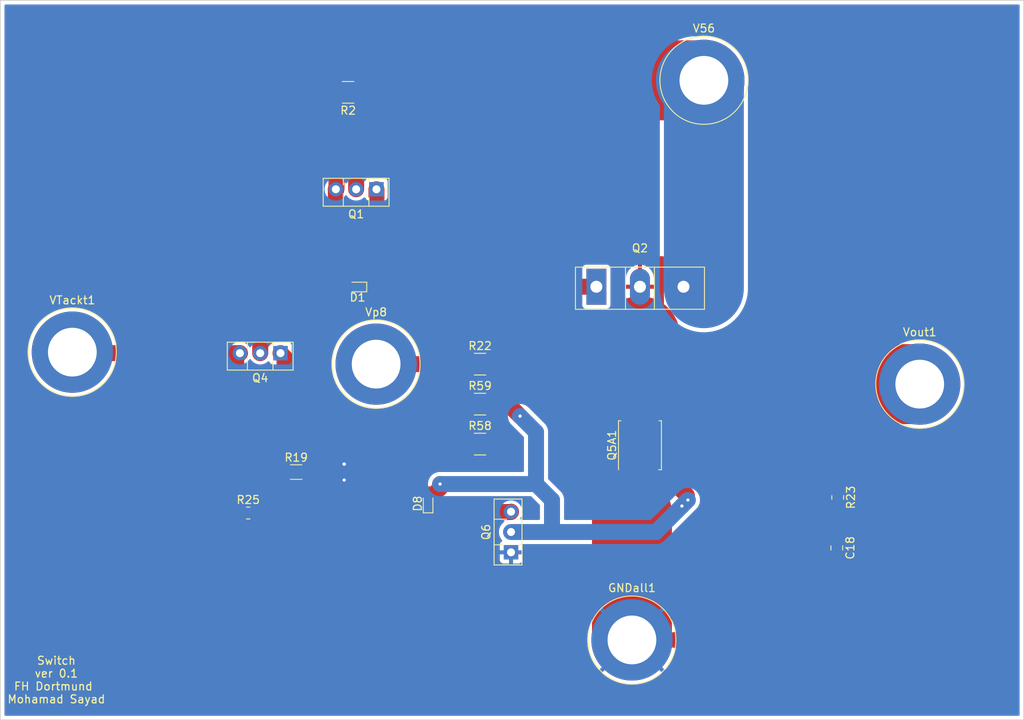
<source format=kicad_pcb>
(kicad_pcb (version 20211014) (generator pcbnew)
  (layers (0 "F.Cu" signal) (31 "B.Cu" signal) (34 "B.Paste" user) (35 "F.Paste" user) (36 "B.SilkS" user "B.Silkscreen") (37 "F.SilkS" user "F.Silkscreen") (38 "B.Mask" user) (39 "F.Mask" user) (44 "Edge.Cuts" user))
  (net 0 "")
  (net 1 "Net-(C18-Pad1)")
  (net 2 "GND")
  (net 3 "Net-(D1-Pad1)")
  (net 4 "Net-(D1-Pad2)")
  (net 5 "Net-(D8-Pad1)")
  (net 6 "Net-(D8-Pad2)")
  (net 7 "56V")
  (net 8 "D")
  (net 9 "Net-(Q4-Pad1)")
  (net 10 "Tackt")
  (net 11 "Vp")
  (footprint "Library:TO-247-3_MOSFET" (layer "F.Cu") (at 168.55 96.82)
    (fp_text reference "Q2" (at 5.45 -4.82) (layer "F.SilkS"))
    (fp_text value "IXTH90P10P")
    (fp_line (start -2.62 -2.451) (end 13.52 -2.451) (layer "F.SilkS") (width 0.12))
    (fp_line (start 13.52 -2.451) (end 13.52 2.82) (layer "F.SilkS") (width 0.12))
    (fp_line (start -2.62 -2.451) (end -2.62 2.82) (layer "F.SilkS") (width 0.12))
    (fp_line (start 7.255 -2.451) (end 7.255 2.82) (layer "F.SilkS") (width 0.12))
    (fp_line (start 3.646 -2.451) (end 3.646 2.82) (layer "F.SilkS") (width 0.12))
    (fp_line (start -2.62 2.82) (end 13.52 2.82) (layer "F.SilkS") (width 0.12))
    (pad "1" thru_hole oval (at 5.45 0) (size 2.5 4.5) (drill 1.5) (layers *.Cu *.Mask) (net 8 "D"))
    (pad "2" thru_hole rect (at 0 0) (size 2.5 4.5) (drill 1.5) (layers *.Cu *.Mask) (net 3 "Net-(D1-Pad1)"))
    (pad "3" thru_hole oval (at 10.9 0) (size 2.5 4.5) (drill 1.5) (layers *.Cu *.Mask) (net 7 "56V"))
  )
  (footprint "Package_TO_SOT_THT:TO-126-3_Vertical" (layer "F.Cu") (at 157.875 130.04 90)
    (fp_text reference "Q6" (at 2.54 -3.12 90) (layer "F.SilkS"))
    (fp_text value "BD139")
    (fp_line (start 0.94 -2.12) (end 0.94 -1.05) (layer "F.SilkS") (width 0.12))
    (fp_line (start 6.66 -2.12) (end 6.66 1.37) (layer "F.SilkS") (width 0.12))
    (fp_line (start -1.58 -2.12) (end 6.66 -2.12) (layer "F.SilkS") (width 0.12))
    (fp_line (start -1.58 -2.12) (end -1.58 1.37) (layer "F.SilkS") (width 0.12))
    (fp_line (start 4.141 0.54) (end 4.141 1.37) (layer "F.SilkS") (width 0.12))
    (fp_line (start 0.94 1.05) (end 0.94 1.37) (layer "F.SilkS") (width 0.12))
    (fp_line (start 4.141 -2.12) (end 4.141 -0.54) (layer "F.SilkS") (width 0.12))
    (fp_line (start -1.58 1.37) (end 6.66 1.37) (layer "F.SilkS") (width 0.12))
    (pad "1" thru_hole rect (at 0 0 90) (size 1.8 1.8) (drill 1) (layers *.Cu *.Mask) (net 2 "GND"))
    (pad "2" thru_hole oval (at 2.54 0 90) (size 1.8 1.8) (drill 1) (layers *.Cu *.Mask) (net 6 "Net-(D8-Pad2)"))
    (pad "3" thru_hole oval (at 5.08 0 90) (size 1.8 1.8) (drill 1) (layers *.Cu *.Mask) (net 5 "Net-(D8-Pad1)"))
  )
  (footprint "Connector:Banana_Jack_1Pin" (layer "F.Cu") (at 182 71)
    (fp_text reference "V56" (at 0 -6.5) (layer "F.SilkS"))
    (fp_text value "Conn_01x01")
    (fp_circle (center 0 0) (end 5.5 0) (layer "F.SilkS") (width 0.12) (fill none))
    (pad "1" thru_hole circle (at 0 0) (size 10.16 10.16) (drill 6.1) (layers *.Cu *.Mask) (net 7 "56V"))
  )
  (footprint "Capacitor_SMD:C_0805_2012Metric" (layer "F.Cu") (at 198.625 129.488316 -90)
    (fp_text reference "C18" (at 0 -1.68 90) (layer "F.SilkS"))
    (fp_text value "1nF")
    (fp_line (start -0.261252 0.735) (end 0.261252 0.735) (layer "F.SilkS") (width 0.12))
    (fp_line (start -0.261252 -0.735) (end 0.261252 -0.735) (layer "F.SilkS") (width 0.12))
    (pad "1" smd roundrect (at -0.95 0 270) (size 1 1.45) (layers "F.Cu" "F.Paste" "F.Mask") (net 1 "Net-(C18-Pad1)"))
    (pad "2" smd roundrect (at 0.95 0 270) (size 1 1.45) (layers "F.Cu" "F.Paste" "F.Mask") (net 2 "GND"))
  )
  (footprint "Library:D_SOD-523_new" (layer "F.Cu") (at 138.675 96.85 180)
    (fp_text reference "D1" (at 0 -1.3) (layer "F.SilkS"))
    (fp_text value "BAT54XV2T5G")
    (fp_line (start 0.7 -0.6) (end -1.15 -0.6) (layer "F.SilkS") (width 0.12))
    (fp_line (start -1.15 -0.6) (end -1.15 0.6) (layer "F.SilkS") (width 0.12))
    (fp_line (start 0.7 0.6) (end -1.15 0.6) (layer "F.SilkS") (width 0.12))
    (pad "1" smd rect (at -0.7 0) (size 0.6 0.7) (layers "F.Cu" "F.Paste" "F.Mask") (net 3 "Net-(D1-Pad1)"))
    (pad "2" smd rect (at 0.7 0) (size 0.6 0.7) (layers "F.Cu" "F.Paste" "F.Mask") (net 4 "Net-(D1-Pad2)"))
  )
  (footprint "Package_TO_SOT_SMD:TDSON-8-1" (layer "F.Cu") (at 174 116.65 90)
    (fp_text reference "Q5A1" (at 0 -3.5 90) (layer "F.SilkS"))
    (fp_text value "BSC340N08NS3G")
    (fp_line (start 3.06 -2.685) (end -3.06 -2.685) (layer "F.SilkS") (width 0.12))
    (fp_line (start 3.06 -2.385) (end 3.06 -2.685) (layer "F.SilkS") (width 0.12))
    (fp_line (start 3.06 2.685) (end -3.06 2.685) (layer "F.SilkS") (width 0.12))
    (fp_line (start -3.06 2.335) (end -3.06 2.685) (layer "F.SilkS") (width 0.12))
    (fp_line (start 3.06 2.385) (end 3.06 2.685) (layer "F.SilkS") (width 0.12))
    (pad "1" smd rect (at -2.9 -1.905 90) (size 0.85 0.5) (layers "F.Cu" "F.Paste" "F.Mask") (net 2 "GND"))
    (pad "2" smd rect (at -2.9 -0.635 90) (size 0.85 0.5) (layers "F.Cu" "F.Paste" "F.Mask") (net 2 "GND"))
    (pad "3" smd rect (at -2.9 0.635 90) (size 0.85 0.5) (layers "F.Cu" "F.Paste" "F.Mask") (net 2 "GND"))
    (pad "4" smd rect (at -2.9 1.905 90) (size 0.85 0.5) (layers "F.Cu" "F.Paste" "F.Mask") (net 6 "Net-(D8-Pad2)"))
    (pad "5" smd rect (at 1.05 0 90) (size 4.55 4.41) (layers "F.Cu") (net 8 "D"))
  )
  (footprint "Resistor_SMD:R_1206_3216Metric" (layer "F.Cu") (at 131 120)
    (fp_text reference "R19" (at 0 -1.82) (layer "F.SilkS"))
    (fp_text value "120R")
    (fp_line (start -0.727064 0.91) (end 0.727064 0.91) (layer "F.SilkS") (width 0.12))
    (fp_line (start -0.727064 -0.91) (end 0.727064 -0.91) (layer "F.SilkS") (width 0.12))
    (pad "1" smd roundrect (at -1.4625 0) (size 1.125 1.75) (layers "F.Cu" "F.Paste" "F.Mask") (roundrect_rratio 0.222222) (net 9 "Net-(Q4-Pad1)"))
    (pad "2" smd roundrect (at 1.4625 0) (size 1.125 1.75) (layers "F.Cu" "F.Paste" "F.Mask") (roundrect_rratio 0.222222) (net 2 "GND"))
  )
  (footprint "Connector:Banana_Jack_1Pin" (layer "F.Cu") (at 209 109)
    (fp_text reference "Vout1" (at 0 -6.5) (layer "F.SilkS"))
    (fp_text value "Conn_01x01")
    (fp_circle (center 0 0) (end 5.5 0) (layer "F.SilkS") (width 0.12) (fill none))
    (pad "1" thru_hole circle (at 0 0) (size 10.16 10.16) (drill 6.1) (layers *.Cu *.Mask) (net 8 "D"))
  )
  (footprint "Resistor_SMD:R_0805_2012Metric" (layer "F.Cu") (at 125 125.125)
    (fp_text reference "R25" (at 0 -1.65) (layer "F.SilkS"))
    (fp_text value "4k7")
    (fp_line (start -0.227064 0.735) (end 0.227064 0.735) (layer "F.SilkS") (width 0.12))
    (fp_line (start -0.227064 -0.735) (end 0.227064 -0.735) (layer "F.SilkS") (width 0.12))
    (pad "1" smd roundrect (at -0.9125 0) (size 1.025 1.4) (layers "F.Cu" "F.Paste" "F.Mask") (roundrect_rratio 0.243902) (net 10 "Tackt"))
    (pad "2" smd roundrect (at 0.9125 0) (size 1.025 1.4) (layers "F.Cu" "F.Paste" "F.Mask") (roundrect_rratio 0.243902) (net 5 "Net-(D8-Pad1)"))
  )
  (footprint "Resistor_SMD:R_0805_2012Metric" (layer "F.Cu") (at 198.735 123.173752 -90)
    (fp_text reference "R23" (at 0 -1.65 90) (layer "F.SilkS"))
    (fp_text value "2R2")
    (fp_line (start -0.227064 0.735) (end 0.227064 0.735) (layer "F.SilkS") (width 0.12))
    (fp_line (start -0.227064 -0.735) (end 0.227064 -0.735) (layer "F.SilkS") (width 0.12))
    (pad "1" smd roundrect (at -0.9125 0 270) (size 1.025 1.4) (layers "F.Cu" "F.Paste" "F.Mask") (roundrect_rratio 0.243902) (net 8 "D"))
    (pad "2" smd roundrect (at 0.9125 0 270) (size 1.025 1.4) (layers "F.Cu" "F.Paste" "F.Mask") (roundrect_rratio 0.243902) (net 1 "Net-(C18-Pad1)"))
  )
  (footprint "Package_TO_SOT_THT:TO-126-3_Vertical" (layer "F.Cu") (at 141.04 84.625 180)
    (fp_text reference "Q1" (at 2.54 -3.12) (layer "F.SilkS"))
    (fp_text value "BD139")
    (fp_line (start 0.94 1.05) (end 0.94 1.37) (layer "F.SilkS") (width 0.12))
    (fp_line (start -1.58 -2.12) (end 6.66 -2.12) (layer "F.SilkS") (width 0.12))
    (fp_line (start 4.141 0.54) (end 4.141 1.37) (layer "F.SilkS") (width 0.12))
    (fp_line (start -1.58 1.37) (end 6.66 1.37) (layer "F.SilkS") (width 0.12))
    (fp_line (start 6.66 -2.12) (end 6.66 1.37) (layer "F.SilkS") (width 0.12))
    (fp_line (start -1.58 -2.12) (end -1.58 1.37) (layer "F.SilkS") (width 0.12))
    (fp_line (start 0.94 -2.12) (end 0.94 -1.05) (layer "F.SilkS") (width 0.12))
    (fp_line (start 4.141 -2.12) (end 4.141 -0.54) (layer "F.SilkS") (width 0.12))
    (pad "1" thru_hole rect (at 0 0 180) (size 1.8 1.8) (drill 1) (layers *.Cu *.Mask) (net 3 "Net-(D1-Pad1)"))
    (pad "2" thru_hole oval (at 2.54 0 180) (size 1.8 1.8) (drill 1) (layers *.Cu *.Mask) (net 7 "56V"))
    (pad "3" thru_hole oval (at 5.08 0 180) (size 1.8 1.8) (drill 1) (layers *.Cu *.Mask) (net 4 "Net-(D1-Pad2)"))
  )
  (footprint "Resistor_SMD:R_1210_3225Metric" (layer "F.Cu") (at 154 111.5)
    (fp_text reference "R59" (at 0 -2.28) (layer "F.SilkS"))
    (fp_text value "220R")
    (fp_line (start -0.723737 1.355) (end 0.723737 1.355) (layer "F.SilkS") (width 0.12))
    (fp_line (start -0.723737 -1.355) (end 0.723737 -1.355) (layer "F.SilkS") (width 0.12))
    (pad "1" smd roundrect (at -1.4625 0) (size 1.125 2.65) (layers "F.Cu" "F.Paste" "F.Mask") (roundrect_rratio 0.222222) (net 11 "Vp"))
    (pad "2" smd roundrect (at 1.4625 0) (size 1.125 2.65) (layers "F.Cu" "F.Paste" "F.Mask") (roundrect_rratio 0.222222) (net 6 "Net-(D8-Pad2)"))
  )
  (footprint "Resistor_SMD:R_1210_3225Metric" (layer "F.Cu") (at 154 106.5)
    (fp_text reference "R22" (at 0 -2.28) (layer "F.SilkS"))
    (fp_text value "220R")
    (fp_line (start -0.723737 -1.355) (end 0.723737 -1.355) (layer "F.SilkS") (width 0.12))
    (fp_line (start -0.723737 1.355) (end 0.723737 1.355) (layer "F.SilkS") (width 0.12))
    (pad "1" smd roundrect (at -1.4625 0) (size 1.125 2.65) (layers "F.Cu" "F.Paste" "F.Mask") (roundrect_rratio 0.222222) (net 11 "Vp"))
    (pad "2" smd roundrect (at 1.4625 0) (size 1.125 2.65) (layers "F.Cu" "F.Paste" "F.Mask") (roundrect_rratio 0.222222) (net 6 "Net-(D8-Pad2)"))
  )
  (footprint "Resistor_SMD:R_1210_3225Metric" (layer "F.Cu") (at 154 116.5)
    (fp_text reference "R58" (at 0 -2.28) (layer "F.SilkS"))
    (fp_text value "220R")
    (fp_line (start -0.723737 -1.355) (end 0.723737 -1.355) (layer "F.SilkS") (width 0.12))
    (fp_line (start -0.723737 1.355) (end 0.723737 1.355) (layer "F.SilkS") (width 0.12))
    (pad "1" smd roundrect (at -1.4625 0) (size 1.125 2.65) (layers "F.Cu" "F.Paste" "F.Mask") (roundrect_rratio 0.222222) (net 11 "Vp"))
    (pad "2" smd roundrect (at 1.4625 0) (size 1.125 2.65) (layers "F.Cu" "F.Paste" "F.Mask") (roundrect_rratio 0.222222) (net 6 "Net-(D8-Pad2)"))
  )
  (footprint "Resistor_SMD:R_1210_3225Metric" (layer "F.Cu") (at 137.5 72.5 180)
    (fp_text reference "R2" (at 0 -2.28) (layer "F.SilkS"))
    (fp_text value "330R")
    (fp_line (start -0.723737 -1.355) (end 0.723737 -1.355) (layer "F.SilkS") (width 0.12))
    (fp_line (start -0.723737 1.355) (end 0.723737 1.355) (layer "F.SilkS") (width 0.12))
    (pad "1" smd roundrect (at -1.4625 0 180) (size 1.125 2.65) (layers "F.Cu" "F.Paste" "F.Mask") (roundrect_rratio 0.222222) (net 7 "56V"))
    (pad "2" smd roundrect (at 1.4625 0 180) (size 1.125 2.65) (layers "F.Cu" "F.Paste" "F.Mask") (roundrect_rratio 0.222222) (net 4 "Net-(D1-Pad2)"))
  )
  (footprint "Connector:Banana_Jack_1Pin" (layer "F.Cu") (at 103 105)
    (fp_text reference "VTackt1" (at 0 -6.5) (layer "F.SilkS"))
    (fp_text value "Conn_01x01")
    (fp_circle (center 0 0) (end 5.5 0) (layer "F.SilkS") (width 0.12) (fill none))
    (pad "1" thru_hole circle (at 0 0) (size 10.16 10.16) (drill 6.1) (layers *.Cu *.Mask) (net 10 "Tackt"))
  )
  (footprint "Connector:Banana_Jack_1Pin" (layer "F.Cu") (at 141 106.5)
    (fp_text reference "Vp8" (at 0 -6.5) (layer "F.SilkS"))
    (fp_text value "Conn_01x01")
    (fp_circle (center 0 0) (end 5.5 0) (layer "F.SilkS") (width 0.12) (fill none))
    (pad "1" thru_hole circle (at 0 0) (size 10.16 10.16) (drill 6.1) (layers *.Cu *.Mask) (net 11 "Vp"))
  )
  (footprint "Package_TO_SOT_THT:TO-126-3_Vertical" (layer "F.Cu") (at 129.04 105.125 180)
    (fp_text reference "Q4" (at 2.54 -3.12) (layer "F.SilkS"))
    (fp_text value "BD139")
    (fp_line (start -1.58 -2.12) (end -1.58 1.37) (layer "F.SilkS") (width 0.12))
    (fp_line (start 0.94 1.05) (end 0.94 1.37) (layer "F.SilkS") (width 0.12))
    (fp_line (start 6.66 -2.12) (end 6.66 1.37) (layer "F.SilkS") (width 0.12))
    (fp_line (start 0.94 -2.12) (end 0.94 -1.05) (layer "F.SilkS") (width 0.12))
    (fp_line (start -1.58 1.37) (end 6.66 1.37) (layer "F.SilkS") (width 0.12))
    (fp_line (start -1.58 -2.12) (end 6.66 -2.12) (layer "F.SilkS") (width 0.12))
    (fp_line (start 4.141 -2.12) (end 4.141 -0.54) (layer "F.SilkS") (width 0.12))
    (fp_line (start 4.141 0.54) (end 4.141 1.37) (layer "F.SilkS") (width 0.12))
    (pad "1" thru_hole rect (at 0 0 180) (size 1.8 1.8) (drill 1) (layers *.Cu *.Mask) (net 9 "Net-(Q4-Pad1)"))
    (pad "2" thru_hole oval (at 2.54 0 180) (size 1.8 1.8) (drill 1) (layers *.Cu *.Mask) (net 4 "Net-(D1-Pad2)"))
    (pad "3" thru_hole oval (at 5.08 0 180) (size 1.8 1.8) (drill 1) (layers *.Cu *.Mask) (net 10 "Tackt"))
  )
  (footprint "Library:D_SOD-523_new" (layer "F.Cu") (at 147.5 123.95 90)
    (fp_text reference "D8" (at 0 -1.3 90) (layer "F.SilkS"))
    (fp_text value "BAT54XV2T5G")
    (fp_line (start -1.15 -0.6) (end -1.15 0.6) (layer "F.SilkS") (width 0.12))
    (fp_line (start 0.7 0.6) (end -1.15 0.6) (layer "F.SilkS") (width 0.12))
    (fp_line (start 0.7 -0.6) (end -1.15 -0.6) (layer "F.SilkS") (width 0.12))
    (pad "1" smd rect (at -0.7 0 270) (size 0.6 0.7) (layers "F.Cu" "F.Paste" "F.Mask") (net 5 "Net-(D8-Pad1)"))
    (pad "2" smd rect (at 0.7 0 270) (size 0.6 0.7) (layers "F.Cu" "F.Paste" "F.Mask") (net 6 "Net-(D8-Pad2)"))
  )
  (footprint "Connector:Banana_Jack_1Pin" (layer "F.Cu") (at 173 141)
    (fp_text reference "GNDall1" (at 0 -6.5) (layer "F.SilkS"))
    (fp_text value "Conn_01x01")
    (fp_circle (center 0 0) (end 5.5 0) (layer "F.SilkS") (width 0.12) (fill none))
    (pad "1" thru_hole circle (at 0 0) (size 10.16 10.16) (drill 6.1) (layers *.Cu *.Mask) (net 2 "GND"))
  )
  (gr_rect (start 94 61) (end 222 151) (layer "Edge.Cuts") (width 0.1) (fill none))
  (gr_text "Switch\nver 0.1\nFH Dortmund \nMohamad Sayad" (at 101 146) (layer "F.SilkS") (effects (font (size 1 1))))
  (segment (start 198.5 125) (end 198.5 128) (width 2) (layer "F.Cu") (net 1))
  (segment (start 198.735 128.428316) (end 198.625 128.538316) (width 0.25) (layer "F.Cu") (net 1))
  (segment (start 173 141) (end 173 125.175) (width 10) (layer "F.Cu") (net 2))
  (segment (start 136 120) (end 137 121) (width 2) (layer "F.Cu") (net 2))
  (segment (start 136 120) (end 132.4625 120) (width 2) (layer "F.Cu") (net 2))
  (segment (start 188.063316 141) (end 178.405 141) (width 2) (layer "F.Cu") (net 2))
  (segment (start 169.175 125.175) (end 173 125.175) (width 2) (layer "F.Cu") (net 2))
  (segment (start 136 120) (end 137 119) (width 2) (layer "F.Cu") (net 2))
  (segment (start 198.625 130.438316) (end 188.063316 141) (width 2) (layer "F.Cu") (net 2))
  (via (at 137 119) (size 0.8) (drill 0.4) (layers "F.Cu" "B.Cu") (net 2))
  (via (at 137 119) (size 0.8) (drill 0.4) (layers "F.Cu" "B.Cu") (net 2))
  (via (at 137 119) (size 0.8) (drill 0.4) (layers "F.Cu" "B.Cu") (net 2))
  (via (at 137 121) (size 0.8) (drill 0.4) (layers "F.Cu" "B.Cu") (net 2))
  (segment (start 140.18 96.82) (end 168.55 96.82) (width 2) (layer "F.Cu") (net 3))
  (segment (start 141.04 95.96) (end 140.18 96.82) (width 2) (layer "F.Cu") (net 3))
  (segment (start 141.04 84.625) (end 141.04 95.96) (width 2) (layer "F.Cu") (net 3))
  (segment (start 126.5 105.125) (end 126.5 103.92) (width 2) (layer "F.Cu") (net 4))
  (segment (start 135.96 84.625) (end 135.96 94.46) (width 2) (layer "F.Cu") (net 4))
  (segment (start 136.0375 84.5475) (end 135.96 84.625) (width 2) (layer "F.Cu") (net 4))
  (segment (start 126.5 103.92) (end 135.96 94.46) (width 2) (layer "F.Cu") (net 4))
  (segment (start 135.96 95.46) (end 137.5 97) (width 2) (layer "F.Cu") (net 4))
  (segment (start 135.96 94.46) (end 135.96 95.46) (width 2) (layer "F.Cu") (net 4))
  (segment (start 136.0375 72.5) (end 136.0375 84.5475) (width 2) (layer "F.Cu") (net 4))
  (segment (start 126.0375 125) (end 125.9125 125.125) (width 2) (layer "F.Cu") (net 5))
  (segment (start 157.835 125) (end 126.0375 125) (width 2) (layer "F.Cu") (net 5))
  (segment (start 157.875 124.96) (end 157.835 125) (width 2) (layer "F.Cu") (net 5))
  (segment (start 179.855 122.905) (end 179.855 123.5) (width 2) (layer "F.Cu") (net 6))
  (segment (start 155.4625 106.5) (end 155.4625 111.5375) (width 2) (layer "F.Cu") (net 6))
  (segment (start 159 113) (end 157.5375 111.5375) (width 2) (layer "F.Cu") (net 6))
  (segment (start 179.855 123.5) (end 180 123.5) (width 0.25) (layer "F.Cu") (net 6))
  (segment (start 149 122) (end 148.2 122.8) (width 2) (layer "F.Cu") (net 6))
  (segment (start 149 121.5) (end 149 122) (width 2) (layer "F.Cu") (net 6))
  (segment (start 157.5375 111.5375) (end 155.4625 111.5375) (width 2) (layer "F.Cu") (net 6))
  (segment (start 155.4625 111.5375) (end 155.4625 116.5) (width 2) (layer "F.Cu") (net 6))
  (segment (start 176.5 119.55) (end 179.855 122.905) (width 2) (layer "F.Cu") (net 6))
  (segment (start 148.2 122.8) (end 147 122.8) (width 2) (layer "F.Cu") (net 6))
  (via (at 149 121.5) (size 0.8) (drill 0.4) (layers "F.Cu" "B.Cu") (net 6))
  (via (at 179.25 124.25) (size 0.8) (drill 0.4) (layers "F.Cu" "B.Cu") (net 6))
  (via (at 159 113) (size 0.8) (drill 0.4) (layers "F.Cu" "B.Cu") (net 6))
  (via (at 180 123.5) (size 0.8) (drill 0.4) (layers "F.Cu" "B.Cu") (net 6))
  (segment (start 180 123.5) (end 179.25 124.25) (width 2) (layer "B.Cu") (net 6))
  (segment (start 161 121.5) (end 149 121.5) (width 2) (layer "B.Cu") (net 6))
  (segment (start 176 127.5) (end 163 127.5) (width 2) (layer "B.Cu") (net 6))
  (segment (start 161 115) (end 159 113) (width 2) (layer "B.Cu") (net 6))
  (segment (start 163 127.5) (end 163 123.5) (width 2) (layer "B.Cu") (net 6))
  (segment (start 161 121.5) (end 161 115) (width 2) (layer "B.Cu") (net 6))
  (segment (start 163 123.5) (end 161 121.5) (width 2) (layer "B.Cu") (net 6))
  (segment (start 179.25 124.25) (end 176 127.5) (width 2) (layer "B.Cu") (net 6))
  (segment (start 163 127.5) (end 157.875 127.5) (width 2) (layer "B.Cu") (net 6))
  (segment (start 182 71) (end 142.4375 71) (width 10) (layer "F.Cu") (net 7))
  (segment (start 138.5 72.9625) (end 138.5 84.625) (width 2) (layer "F.Cu") (net 7))
  (segment (start 138.9625 72.5) (end 138.5 72.9625) (width 2) (layer "F.Cu") (net 7))
  (segment (start 181 71) (end 182 72) (width 10) (layer "B.Cu") (net 7))
  (segment (start 182 72) (end 182 97) (width 10) (layer "B.Cu") (net 7))
  (segment (start 174 112) (end 174 103) (width 10) (layer "F.Cu") (net 8))
  (segment (start 209 109) (end 190 109) (width 10) (layer "F.Cu") (net 8))
  (segment (start 190 109) (end 199 118) (width 2) (layer "F.Cu") (net 8))
  (segment (start 174 113) (end 174 112) (width 10) (layer "F.Cu") (net 8))
  (segment (start 190 109) (end 177 109) (width 10) (layer "F.Cu") (net 8))
  (segment (start 177 109) (end 174 112) (width 10) (layer "F.Cu") (net 8))
  (segment (start 199 118) (end 199 122) (width 2) (layer "F.Cu") (net 8))
  (segment (start 129.5375 105.6225) (end 129.04 105.125) (width 2) (layer "F.Cu") (net 9))
  (segment (start 129.5375 120) (end 129.5375 105.6225) (width 2) (layer "F.Cu") (net 9))
  (segment (start 123.96 105.125) (end 103.125 105.125) (width 2) (layer "F.Cu") (net 10))
  (segment (start 103.125 105.125) (end 103 105) (width 2) (layer "F.Cu") (net 10))
  (segment (start 123.5 105.585) (end 123.5 125.5) (width 2) (layer "F.Cu") (net 10))
  (segment (start 123.96 105.125) (end 123.5 105.585) (width 2) (layer "F.Cu") (net 10))
  (segment (start 152 106.5) (end 152.5375 107.0375) (width 2) (layer "F.Cu") (net 11))
  (segment (start 152.5375 111.5) (end 152.5375 116.5) (width 2) (layer "F.Cu") (net 11))
  (segment (start 141 106.5) (end 152 106.5) (width 2) (layer "F.Cu") (net 11))
  (segment (start 152.5375 107.0375) (end 152.5375 111.5) (width 2) (layer "F.Cu") (net 11))
  (zone (net 2) (net_name "GND") (layer "F.Cu") (connect_pads (clearance 0.508)) (min_thickness 0.254) (fill yes (thermal_gap 0.508) (thermal_bridge_width 0.508))
    (polygon (pts (xy 175 123) (xy 171 123) (xy 171 119) (xy 175 119)))
  )
  (zone (net 8) (net_name "D") (layer "F.Cu") (connect_pads (clearance 0.508)) (min_thickness 0.254) (fill yes (thermal_gap 0.508) (thermal_bridge_width 0.508))
    (polygon (pts (xy 177 93) (xy 177 100) (xy 171 100) (xy 171 93) (xy 173 93) (xy 175 93)))
  )
  (zone (net 2) (net_name "GND") (layer "B.Cu") (connect_pads (clearance 0.508)) (min_thickness 0.254) (fill yes (thermal_gap 0.508) (thermal_bridge_width 0.508))
    (polygon (pts (xy 222 151) (xy 94.06875 150.921705) (xy 93.999997 60.996942) (xy 222 61)))
  )
)
</source>
